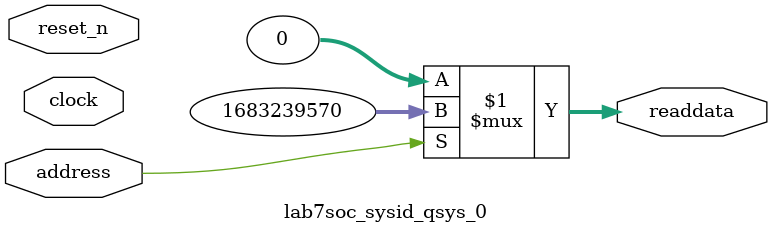
<source format=v>



// synthesis translate_off
`timescale 1ns / 1ps
// synthesis translate_on

// turn off superfluous verilog processor warnings 
// altera message_level Level1 
// altera message_off 10034 10035 10036 10037 10230 10240 10030 

module lab7soc_sysid_qsys_0 (
               // inputs:
                address,
                clock,
                reset_n,

               // outputs:
                readdata
             )
;

  output  [ 31: 0] readdata;
  input            address;
  input            clock;
  input            reset_n;

  wire    [ 31: 0] readdata;
  //control_slave, which is an e_avalon_slave
  assign readdata = address ? 1683239570 : 0;

endmodule



</source>
